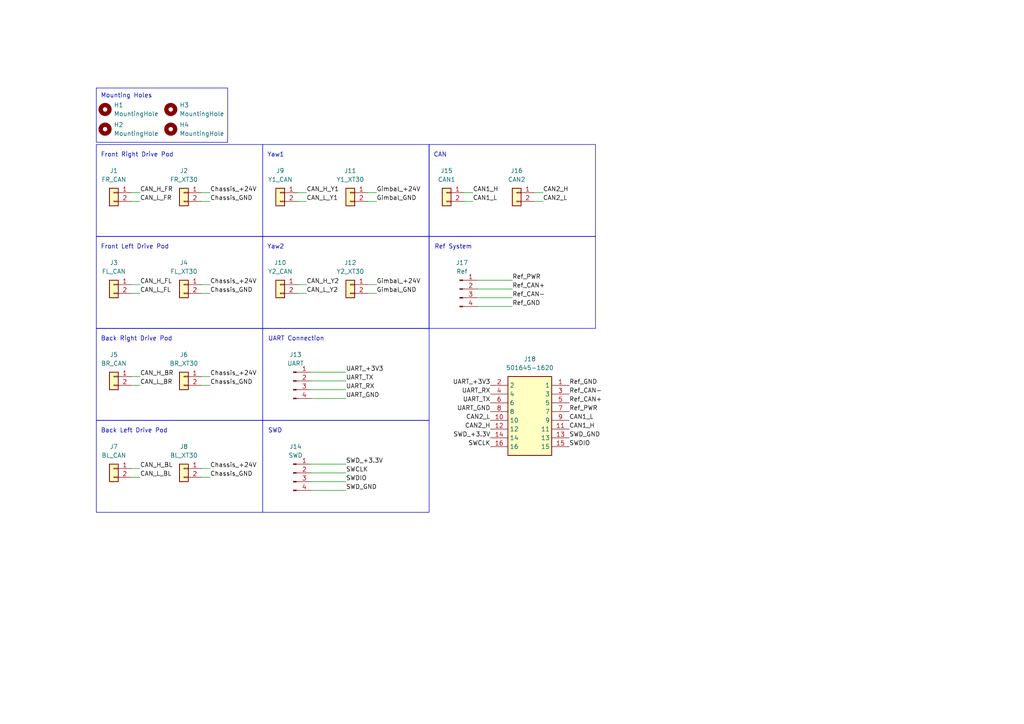
<source format=kicad_sch>
(kicad_sch (version 20250114) (generator "eeschema") (generator_version "9.0")
  (paper "A4")
  (lib_symbols
    (symbol "Connector:Conn_01x04_Pin" (pin_names (offset 1.016) (hide yes))
      (property "Reference" "J" (at 0 5.08 0))
      (property "Value" "Conn_01x04_Pin" (at 0 -7.62 0))
      (symbol "Conn_01x04_Pin_1_1"
        (rectangle (start 0.8636 2.667) (end 0 2.413) (stroke (width 0.1524)) (fill (type outline)))
        (rectangle (start 0.8636 0.127) (end 0 -0.127) (stroke (width 0.1524)) (fill (type outline)))
        (rectangle (start 0.8636 -2.413) (end 0 -2.667) (stroke (width 0.1524)) (fill (type outline)))
        (rectangle (start 0.8636 -4.953) (end 0 -5.207) (stroke (width 0.1524)) (fill (type outline)))
        (polyline (pts (xy 1.27 2.54) (xy 0.8636 2.54)) (stroke (width 0.1524)))
        (polyline (pts (xy 1.27 0) (xy 0.8636 0)) (stroke (width 0.1524)))
        (polyline (pts (xy 1.27 -2.54) (xy 0.8636 -2.54)) (stroke (width 0.1524)))
        (polyline (pts (xy 1.27 -5.08) (xy 0.8636 -5.08)) (stroke (width 0.1524)))
        (pin passive line (at 5.08 2.54 180) (length 3.81) (name "Pin_1") (number "1"))
        (pin passive line (at 5.08 0 180) (length 3.81) (name "Pin_2") (number "2"))
        (pin passive line (at 5.08 -2.54 180) (length 3.81) (name "Pin_3") (number "3"))
        (pin passive line (at 5.08 -5.08 180) (length 3.81) (name "Pin_4") (number "4"))
      )
    )
    (symbol "Connector_Generic:Conn_01x02" (pin_names (offset 1.016) (hide yes))
      (property "Reference" "J" (at 0 2.54 0))
      (property "Value" "Conn_01x02" (at 0 -5.08 0))
      (symbol "Conn_01x02_1_1"
        (rectangle (start -1.27 1.27) (end 1.27 -3.81) (stroke (width 0.254)) (fill (type background)))
        (rectangle (start -1.27 0.127) (end 0 -0.127) (stroke (width 0.1524)))
        (rectangle (start -1.27 -2.413) (end 0 -2.667) (stroke (width 0.1524)))
        (pin passive line (at -5.08 0 0) (length 3.81) (name "Pin_1") (number "1"))
        (pin passive line (at -5.08 -2.54 0) (length 3.81) (name "Pin_2") (number "2"))
      )
    )
    (symbol "Mechanical:MountingHole" (pin_names (offset 1.016))
      (property "Reference" "H" (at 0 5.08 0))
      (property "Value" "MountingHole" (at 0 3.175 0))
      (symbol "MountingHole_0_1"
        (circle (center 0 0) (radius 1.27) (stroke (width 1.27)))
      )
    )
    (symbol "Robomaster_Library:501645-1620"
      (property "Reference" "J" (at 19.05 7.62 0))
      (property "Value" "501645-1620" (at 19.05 5.08 0))
      (symbol "501645-1620_1_1"
        (rectangle (start 5.08 2.54) (end 17.78 -20.32) (stroke (width 0.254)) (fill (type background)))
        (pin passive line (at 0 0 0) (length 5.08) (name "2") (number "2"))
        (pin passive line (at 0 -2.54 0) (length 5.08) (name "4") (number "4"))
        (pin passive line (at 0 -5.08 0) (length 5.08) (name "6") (number "6"))
        (pin passive line (at 0 -7.62 0) (length 5.08) (name "8") (number "8"))
        (pin passive line (at 0 -10.16 0) (length 5.08) (name "10") (number "10"))
        (pin passive line (at 0 -12.7 0) (length 5.08) (name "12") (number "12"))
        (pin passive line (at 0 -15.24 0) (length 5.08) (name "14") (number "14"))
        (pin passive line (at 0 -17.78 0) (length 5.08) (name "16") (number "16"))
        (pin passive line (at 22.86 0 180) (length 5.08) (name "1") (number "1"))
        (pin passive line (at 22.86 -2.54 180) (length 5.08) (name "3") (number "3"))
        (pin passive line (at 22.86 -5.08 180) (length 5.08) (name "5") (number "5"))
        (pin passive line (at 22.86 -7.62 180) (length 5.08) (name "7") (number "7"))
        (pin passive line (at 22.86 -10.16 180) (length 5.08) (name "9") (number "9"))
        (pin passive line (at 22.86 -12.7 180) (length 5.08) (name "11") (number "11"))
        (pin passive line (at 22.86 -15.24 180) (length 5.08) (name "13") (number "13"))
        (pin passive line (at 22.86 -17.78 180) (length 5.08) (name "15") (number "15"))
      )
    )
  )
  (rectangle (start 27.94 41.91) (end 76.2 68.58))
  (rectangle (start 27.94 68.58) (end 76.2 95.25))
  (rectangle (start 27.94 95.25) (end 76.2 121.92))
  (rectangle (start 76.2 68.58) (end 124.46 95.25))
  (rectangle (start 76.2 95.25) (end 124.46 121.92))
  (rectangle (start 27.94 121.92) (end 76.2 148.59))
  (rectangle (start 76.2 41.91) (end 124.46 68.58))
  (rectangle (start 27.94 25.527) (end 66.04 41.275))
  (rectangle (start 124.46 68.58) (end 172.72 95.25))
  (rectangle (start 124.46 41.91) (end 172.72 68.58))
  (rectangle (start 76.2 121.92) (end 124.46 148.59))
  (text "Front Right Drive Pod\n" (at 29.21 45.72 0) (effects (font (size 1.27 1.27)) (justify left bottom)))
  (text "UART Connection\n" (at 77.724 99.06 0) (effects (font (size 1.27 1.27)) (justify left bottom)))
  (text "Ref System" (at 125.984 72.39 0) (effects (font (size 1.27 1.27)) (justify left bottom)))
  (text "Yaw1" (at 77.47 45.72 0) (effects (font (size 1.27 1.27)) (justify left bottom)))
  (text "Front Left Drive Pod\n" (at 29.21 72.39 0) (effects (font (size 1.27 1.27)) (justify left bottom)))
  (text "Mounting Holes" (at 29.21 28.575 0) (effects (font (size 1.27 1.27)) (justify left bottom)))
  (text "CAN" (at 125.73 45.72 0) (effects (font (size 1.27 1.27)) (justify left bottom)))
  (text "Yaw2" (at 77.47 72.39 0) (effects (font (size 1.27 1.27)) (justify left bottom)))
  (text "Back Right Drive Pod\n" (at 29.21 99.06 0) (effects (font (size 1.27 1.27)) (justify left bottom)))
  (text "SWD" (at 77.724 125.73 0) (effects (font (size 1.27 1.27)) (justify left bottom)))
  (text "Back Left Drive Pod\n" (at 29.21 125.73 0) (effects (font (size 1.27 1.27)) (justify left bottom)))
  (wire (pts (xy 58.42 85.09) (xy 60.96 85.09)))
  (wire (pts (xy 60.96 109.22) (xy 58.42 109.22)))
  (wire (pts (xy 148.59 83.82) (xy 138.43 83.82)))
  (wire (pts (xy 109.22 55.88) (xy 106.68 55.88)))
  (wire (pts (xy 58.42 111.76) (xy 60.96 111.76)))
  (wire (pts (xy 100.33 139.7) (xy 90.17 139.7)))
  (wire (pts (xy 86.36 85.09) (xy 88.9 85.09)))
  (wire (pts (xy 60.96 55.88) (xy 58.42 55.88)))
  (wire (pts (xy 109.22 82.55) (xy 106.68 82.55)))
  (wire (pts (xy 100.33 137.16) (xy 90.17 137.16)))
  (wire (pts (xy 106.68 58.42) (xy 109.22 58.42)))
  (wire (pts (xy 100.33 142.24) (xy 90.17 142.24)))
  (wire (pts (xy 38.1 82.55) (xy 40.64 82.55)))
  (wire (pts (xy 100.33 110.49) (xy 90.17 110.49)))
  (wire (pts (xy 138.43 81.28) (xy 148.59 81.28)))
  (wire (pts (xy 58.42 58.42) (xy 60.96 58.42)))
  (wire (pts (xy 106.68 85.09) (xy 109.22 85.09)))
  (wire (pts (xy 134.62 58.42) (xy 137.16 58.42)))
  (wire (pts (xy 148.59 86.36) (xy 138.43 86.36)))
  (wire (pts (xy 100.33 113.03) (xy 90.17 113.03)))
  (wire (pts (xy 86.36 82.55) (xy 88.9 82.55)))
  (wire (pts (xy 157.48 55.88) (xy 154.94 55.88)))
  (wire (pts (xy 38.1 58.42) (xy 40.64 58.42)))
  (wire (pts (xy 38.1 138.43) (xy 40.64 138.43)))
  (wire (pts (xy 38.1 109.22) (xy 40.64 109.22)))
  (wire (pts (xy 38.1 111.76) (xy 40.64 111.76)))
  (wire (pts (xy 38.1 135.89) (xy 40.64 135.89)))
  (wire (pts (xy 86.36 58.42) (xy 88.9 58.42)))
  (wire (pts (xy 86.36 55.88) (xy 88.9 55.88)))
  (wire (pts (xy 148.59 88.9) (xy 138.43 88.9)))
  (wire (pts (xy 90.17 107.95) (xy 100.33 107.95)))
  (wire (pts (xy 38.1 85.09) (xy 40.64 85.09)))
  (wire (pts (xy 134.62 55.88) (xy 137.16 55.88)))
  (wire (pts (xy 154.94 58.42) (xy 157.48 58.42)))
  (wire (pts (xy 38.1 55.88) (xy 40.64 55.88)))
  (wire (pts (xy 58.42 138.43) (xy 60.96 138.43)))
  (wire (pts (xy 100.33 115.57) (xy 90.17 115.57)))
  (wire (pts (xy 60.96 82.55) (xy 58.42 82.55)))
  (wire (pts (xy 90.17 134.62) (xy 100.33 134.62)))
  (wire (pts (xy 60.96 135.89) (xy 58.42 135.89)))
  (label "UART_GND" (at 142.24 119.38 180))
  (label "Gimbal_+24V" (at 109.22 82.55 0))
  (label "SWD_GND" (at 100.33 142.24 0))
  (label "UART_GND" (at 100.33 115.57 0))
  (label "CAN1_H" (at 165.1 124.46 0))
  (label "CAN1_H" (at 137.16 55.88 0))
  (label "CAN_H_Y2" (at 88.9 82.55 0))
  (label "Chassis_GND" (at 60.96 111.76 0))
  (label "Gimbal_+24V" (at 109.22 55.88 0))
  (label "Chassis_+24V" (at 60.96 55.88 0))
  (label "CAN_L_FL" (at 40.64 85.09 0))
  (label "UART_+3V3" (at 100.33 107.95 0))
  (label "Chassis_GND" (at 60.96 138.43 0))
  (label "CAN2_H" (at 157.48 55.88 0))
  (label "SWDIO" (at 100.33 139.7 0))
  (label "CAN_L_Y2" (at 88.9 85.09 0))
  (label "CAN2_H" (at 142.24 124.46 180))
  (label "UART_RX" (at 100.33 113.03 0))
  (label "Gimbal_GND" (at 109.22 58.42 0))
  (label "CAN2_L" (at 142.24 121.92 180))
  (label "Chassis_GND" (at 60.96 85.09 0))
  (label "Chassis_+24V" (at 60.96 82.55 0))
  (label "Chassis_GND" (at 60.96 58.42 0))
  (label "Ref_GND" (at 148.59 88.9 0))
  (label "CAN_H_FL" (at 40.64 82.55 0))
  (label "CAN_H_Y1" (at 88.9 55.88 0))
  (label "SWD_+3.3V" (at 100.33 134.62 0))
  (label "CAN_H_FR" (at 40.64 55.88 0))
  (label "Ref_CAN+" (at 148.59 83.82 0))
  (label "Ref_CAN-" (at 165.1 114.3 0))
  (label "CAN_L_BR" (at 40.64 111.76 0))
  (label "CAN1_L" (at 165.1 121.92 0))
  (label "SWD_+3.3V" (at 142.24 127 180))
  (label "UART_+3V3" (at 142.24 111.76 180))
  (label "Ref_CAN+" (at 165.1 116.84 0))
  (label "CAN1_L" (at 137.16 58.42 0))
  (label "Chassis_+24V" (at 60.96 135.89 0))
  (label "UART_RX" (at 142.24 114.3 180))
  (label "SWCLK" (at 100.33 137.16 0))
  (label "CAN2_L" (at 157.48 58.42 0))
  (label "SWD_GND" (at 165.1 127 0))
  (label "Ref_CAN-" (at 148.59 86.36 0))
  (label "CAN_H_BR" (at 40.64 109.22 0))
  (label "Ref_GND" (at 165.1 111.76 0))
  (label "SWCLK" (at 142.24 129.54 180))
  (label "SWDIO" (at 165.1 129.54 0))
  (label "CAN_L_BL" (at 40.64 138.43 0))
  (label "UART_TX" (at 142.24 116.84 180))
  (label "Ref_PWR" (at 148.59 81.28 0))
  (label "CAN_L_FR" (at 40.64 58.42 0))
  (label "Gimbal_GND" (at 109.22 85.09 0))
  (label "CAN_H_BL" (at 40.64 135.89 0))
  (label "Ref_PWR" (at 165.1 119.38 0))
  (label "Chassis_+24V" (at 60.96 109.22 0))
  (label "UART_TX" (at 100.33 110.49 0))
  (label "CAN_L_Y1" (at 88.9 58.42 0))
  (symbol (lib_id "Connector:Conn_01x04_Pin") (at 85.09 110.49 0) (unit 1)
    (property "Reference" "J13" (at 85.725 102.87 0))
    (property "Value" "UART" (at 85.725 105.41 0))
    (property "Description" "Generic connector, single row, 01x04, script generated" (effects (hide yes)))
  )
  (symbol (lib_id "Connector_Generic:Conn_01x02") (at 53.34 55.88 0) (mirror y) (unit 1)
    (property "Reference" "J2" (at 53.34 49.53 0))
    (property "Value" "FR_XT30" (at 53.34 52.07 0))
    (property "Footprint" "Robomaster_Connectors:AMASS_XT30U-F_1x02_P5.0mm_Vertical" (effects (hide yes)))
    (property "Manufacturer_Part_Number" "XT30" (effects (hide yes)))
  )
  (symbol (lib_id "Connector_Generic:Conn_01x02") (at 53.34 82.55 0) (mirror y) (unit 1)
    (property "Reference" "J4" (at 53.34 76.2 0))
    (property "Value" "FL_XT30" (at 53.34 78.74 0))
    (property "Footprint" "Robomaster_Connectors:AMASS_XT30U-F_1x02_P5.0mm_Vertical" (effects (hide yes)))
    (property "Manufacturer_Part_Number" "XT30" (effects (hide yes)))
  )
  (symbol (lib_id "Connector_Generic:Conn_01x02") (at 81.28 55.88 0) (mirror y) (unit 1)
    (property "Reference" "J9" (at 81.28 49.53 0))
    (property "Value" "Y1_CAN" (at 81.28 52.07 0))
    (property "Footprint" "Connector_JST:JST_GH_BM02B-GHS-TBT_1x02-1MP_P1.25mm_Vertical" (effects (hide yes)))
    (property "Manufacturer_Part_Number" "JST 2-pin" (effects (hide yes)))
  )
  (symbol (lib_id "Mechanical:MountingHole") (at 30.48 31.75 0) (unit 1)
    (property "Reference" "H1" (at 33.02 30.48 0) (effects (justify left)))
    (property "Value" "MountingHole" (at 33.02 33.02 0) (effects (justify left)))
    (property "Footprint" "MountingHole:MountingHole_3mm" (effects (hide yes)))
  )
  (symbol (lib_id "Connector_Generic:Conn_01x02") (at 101.6 82.55 0) (mirror y) (unit 1)
    (property "Reference" "J12" (at 101.6 76.2 0))
    (property "Value" "Y2_XT30" (at 101.6 78.74 0))
    (property "Footprint" "Robomaster_Connectors:AMASS_XT30U-F_1x02_P5.0mm_Vertical" (effects (hide yes)))
    (property "Manufacturer_Part_Number" "XT30" (effects (hide yes)))
  )
  (symbol (lib_id "Connector_Generic:Conn_01x02") (at 129.54 55.88 0) (mirror y) (unit 1)
    (property "Reference" "J15" (at 129.54 49.53 0))
    (property "Value" "CAN1" (at 129.54 52.07 0))
    (property "Footprint" "Connector_JST:JST_GH_BM02B-GHS-TBT_1x02-1MP_P1.25mm_Vertical" (effects (hide yes)))
    (property "Manufacturer_Part_Number" "JST 2-pin" (effects (hide yes)))
  )
  (symbol (lib_id "Connector_Generic:Conn_01x02") (at 53.34 135.89 0) (mirror y) (unit 1)
    (property "Reference" "J8" (at 53.34 129.54 0))
    (property "Value" "BL_XT30" (at 53.34 132.08 0))
    (property "Footprint" "Robomaster_Connectors:AMASS_XT30U-F_1x02_P5.0mm_Vertical" (effects (hide yes)))
    (property "Manufacturer_Part_Number" "XT30" (effects (hide yes)))
  )
  (symbol (lib_id "Mechanical:MountingHole") (at 49.53 37.465 0) (unit 1)
    (property "Reference" "H4" (at 52.07 36.195 0) (effects (justify left)))
    (property "Value" "MountingHole" (at 52.07 38.735 0) (effects (justify left)))
    (property "Footprint" "MountingHole:MountingHole_3mm" (effects (hide yes)))
  )
  (symbol (lib_id "Connector:Conn_01x04_Pin") (at 133.35 83.82 0) (unit 1)
    (property "Reference" "J17" (at 133.985 76.2 0))
    (property "Value" "Ref" (at 133.985 78.74 0))
    (property "Description" "Generic connector, single row, 01x04, script generated" (effects (hide yes)))
  )
  (symbol (lib_id "Connector_Generic:Conn_01x02") (at 101.6 55.88 0) (mirror y) (unit 1)
    (property "Reference" "J11" (at 101.6 49.53 0))
    (property "Value" "Y1_XT30" (at 101.6 52.07 0))
    (property "Footprint" "Robomaster_Connectors:AMASS_XT30U-F_1x02_P5.0mm_Vertical" (effects (hide yes)))
    (property "Manufacturer_Part_Number" "XT30" (effects (hide yes)))
  )
  (symbol (lib_id "Connector_Generic:Conn_01x02") (at 81.28 82.55 0) (mirror y) (unit 1)
    (property "Reference" "J10" (at 81.28 76.2 0))
    (property "Value" "Y2_CAN" (at 81.28 78.74 0))
    (property "Footprint" "Connector_JST:JST_GH_BM02B-GHS-TBT_1x02-1MP_P1.25mm_Vertical" (effects (hide yes)))
    (property "Manufacturer_Part_Number" "JST 2-pin" (effects (hide yes)))
  )
  (symbol (lib_id "Connector_Generic:Conn_01x02") (at 33.02 55.88 0) (mirror y) (unit 1)
    (property "Reference" "J1" (at 33.02 49.53 0))
    (property "Value" "FR_CAN" (at 33.02 52.07 0))
    (property "Footprint" "Connector_JST:JST_GH_BM02B-GHS-TBT_1x02-1MP_P1.25mm_Vertical" (effects (hide yes)))
    (property "Manufacturer_Part_Number" "JST 2-pin" (effects (hide yes)))
  )
  (symbol (lib_id "Connector_Generic:Conn_01x02") (at 149.86 55.88 0) (mirror y) (unit 1)
    (property "Reference" "J16" (at 149.86 49.53 0))
    (property "Value" "CAN2" (at 149.86 52.07 0))
    (property "Footprint" "Robomaster_Connectors:AMASS_XT30U-F_1x02_P5.0mm_Vertical" (effects (hide yes)))
    (property "Manufacturer_Part_Number" "XT30" (effects (hide yes)))
  )
  (symbol (lib_id "Connector:Conn_01x04_Pin") (at 85.09 137.16 0) (unit 1)
    (property "Reference" "J14" (at 85.725 129.54 0))
    (property "Value" "SWD" (at 85.725 132.08 0))
    (property "Description" "Generic connector, single row, 01x04, script generated" (effects (hide yes)))
  )
  (symbol (lib_id "Connector_Generic:Conn_01x02") (at 33.02 82.55 0) (mirror y) (unit 1)
    (property "Reference" "J3" (at 33.02 76.2 0))
    (property "Value" "FL_CAN" (at 33.02 78.74 0))
    (property "Footprint" "Connector_JST:JST_GH_BM02B-GHS-TBT_1x02-1MP_P1.25mm_Vertical" (effects (hide yes)))
    (property "Manufacturer_Part_Number" "JST 2-pin" (effects (hide yes)))
  )
  (symbol (lib_id "Mechanical:MountingHole") (at 30.48 37.465 0) (unit 1)
    (property "Reference" "H2" (at 33.02 36.195 0) (effects (justify left)))
    (property "Value" "MountingHole" (at 33.02 38.735 0) (effects (justify left)))
    (property "Footprint" "MountingHole:MountingHole_3mm" (effects (hide yes)))
  )
  (symbol (lib_id "Connector_Generic:Conn_01x02") (at 33.02 109.22 0) (mirror y) (unit 1)
    (property "Reference" "J5" (at 33.02 102.87 0))
    (property "Value" "BR_CAN" (at 33.02 105.41 0))
    (property "Footprint" "Connector_JST:JST_GH_BM02B-GHS-TBT_1x02-1MP_P1.25mm_Vertical" (effects (hide yes)))
    (property "Manufacturer_Part_Number" "JST 2-pin" (effects (hide yes)))
  )
  (symbol (lib_id "Robomaster_Library:501645-1620") (at 142.24 111.76 0) (unit 1)
    (property "Reference" "J18" (at 153.67 104.14 0))
    (property "Value" "501645-1620" (at 153.67 106.68 0))
    (property "Footprint" "5016451620" (effects (hide yes)))
    (property "Datasheet" "https://www.molex.com/pdm_docs/sd/5016451620_sd.pdf" (effects (hide yes)))
    (property "Description" "MOLEX - 501645-1620 - CONNECTOR, HEADER, 16POS, 2ROW, 2MM" (effects (hide yes)))
    (property "Height" "12" (effects (hide yes)))
    (property "Mouser Part Number" "538-501645-1620" (effects (hide yes)))
    (property "Mouser Price/Stock" "https://www.mouser.co.uk/ProductDetail/Molex/501645-1620?qs=AcmJtBVhzkSktNjjA6%2Faug%3D%3D" (effects (hide yes)))
    (property "Manufacturer_Name" "Molex" (effects (hide yes)))
    (property "Manufacturer_Part_Number" "501645-1620" (effects (hide yes)))
  )
  (symbol (lib_id "Mechanical:MountingHole") (at 49.53 31.75 0) (unit 1)
    (property "Reference" "H3" (at 52.07 30.48 0) (effects (justify left)))
    (property "Value" "MountingHole" (at 52.07 33.02 0) (effects (justify left)))
    (property "Footprint" "MountingHole:MountingHole_3mm" (effects (hide yes)))
  )
  (symbol (lib_id "Connector_Generic:Conn_01x02") (at 33.02 135.89 0) (mirror y) (unit 1)
    (property "Reference" "J7" (at 33.02 129.54 0))
    (property "Value" "BL_CAN" (at 33.02 132.08 0))
    (property "Footprint" "Connector_JST:JST_GH_BM02B-GHS-TBT_1x02-1MP_P1.25mm_Vertical" (effects (hide yes)))
    (property "Manufacturer_Part_Number" "JST 2-pin" (effects (hide yes)))
  )
  (symbol (lib_id "Connector_Generic:Conn_01x02") (at 53.34 109.22 0) (mirror y) (unit 1)
    (property "Reference" "J6" (at 53.34 102.87 0))
    (property "Value" "BR_XT30" (at 53.34 105.41 0))
    (property "Footprint" "Robomaster_Connectors:AMASS_XT30U-F_1x02_P5.0mm_Vertical" (effects (hide yes)))
    (property "Manufacturer_Part_Number" "XT30" (effects (hide yes)))
  )
)
</source>
